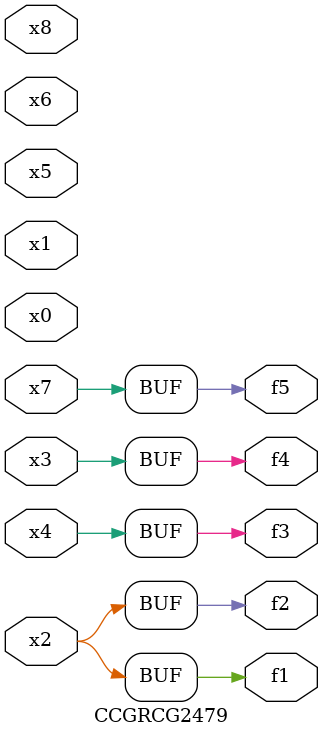
<source format=v>
module CCGRCG2479(
	input x0, x1, x2, x3, x4, x5, x6, x7, x8,
	output f1, f2, f3, f4, f5
);
	assign f1 = x2;
	assign f2 = x2;
	assign f3 = x4;
	assign f4 = x3;
	assign f5 = x7;
endmodule

</source>
